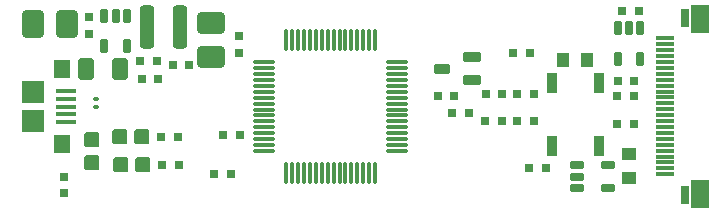
<source format=gtp>
G04 Layer_Color=8421504*
%FSLAX24Y24*%
%MOIN*%
G70*
G01*
G75*
%ADD11O,0.0200X0.0150*%
%ADD12R,0.0300X0.0300*%
G04:AMPARAMS|DCode=13|XSize=31.5mil|YSize=59.1mil|CornerRadius=3.9mil|HoleSize=0mil|Usage=FLASHONLY|Rotation=90.000|XOffset=0mil|YOffset=0mil|HoleType=Round|Shape=RoundedRectangle|*
%AMROUNDEDRECTD13*
21,1,0.0315,0.0512,0,0,90.0*
21,1,0.0236,0.0591,0,0,90.0*
1,1,0.0079,0.0256,0.0118*
1,1,0.0079,0.0256,-0.0118*
1,1,0.0079,-0.0256,-0.0118*
1,1,0.0079,-0.0256,0.0118*
%
%ADD13ROUNDEDRECTD13*%
G04:AMPARAMS|DCode=14|XSize=31.5mil|YSize=55.1mil|CornerRadius=3.9mil|HoleSize=0mil|Usage=FLASHONLY|Rotation=90.000|XOffset=0mil|YOffset=0mil|HoleType=Round|Shape=RoundedRectangle|*
%AMROUNDEDRECTD14*
21,1,0.0315,0.0472,0,0,90.0*
21,1,0.0236,0.0551,0,0,90.0*
1,1,0.0079,0.0236,0.0118*
1,1,0.0079,0.0236,-0.0118*
1,1,0.0079,-0.0236,-0.0118*
1,1,0.0079,-0.0236,0.0118*
%
%ADD14ROUNDEDRECTD14*%
%ADD16O,0.0130X0.0768*%
%ADD17O,0.0768X0.0130*%
%ADD18R,0.0551X0.0630*%
%ADD19R,0.0748X0.0748*%
%ADD20R,0.0650X0.0157*%
G04:AMPARAMS|DCode=21|XSize=23.6mil|YSize=47.2mil|CornerRadius=3mil|HoleSize=0mil|Usage=FLASHONLY|Rotation=180.000|XOffset=0mil|YOffset=0mil|HoleType=Round|Shape=RoundedRectangle|*
%AMROUNDEDRECTD21*
21,1,0.0236,0.0413,0,0,180.0*
21,1,0.0177,0.0472,0,0,180.0*
1,1,0.0059,-0.0089,0.0207*
1,1,0.0059,0.0089,0.0207*
1,1,0.0059,0.0089,-0.0207*
1,1,0.0059,-0.0089,-0.0207*
%
%ADD21ROUNDEDRECTD21*%
G04:AMPARAMS|DCode=22|XSize=90.6mil|YSize=70.9mil|CornerRadius=8.9mil|HoleSize=0mil|Usage=FLASHONLY|Rotation=270.000|XOffset=0mil|YOffset=0mil|HoleType=Round|Shape=RoundedRectangle|*
%AMROUNDEDRECTD22*
21,1,0.0906,0.0532,0,0,270.0*
21,1,0.0728,0.0709,0,0,270.0*
1,1,0.0177,-0.0266,-0.0364*
1,1,0.0177,-0.0266,0.0364*
1,1,0.0177,0.0266,0.0364*
1,1,0.0177,0.0266,-0.0364*
%
%ADD22ROUNDEDRECTD22*%
G04:AMPARAMS|DCode=23|XSize=90.6mil|YSize=70.9mil|CornerRadius=8.9mil|HoleSize=0mil|Usage=FLASHONLY|Rotation=0.000|XOffset=0mil|YOffset=0mil|HoleType=Round|Shape=RoundedRectangle|*
%AMROUNDEDRECTD23*
21,1,0.0906,0.0532,0,0,0.0*
21,1,0.0728,0.0709,0,0,0.0*
1,1,0.0177,0.0364,-0.0266*
1,1,0.0177,-0.0364,-0.0266*
1,1,0.0177,-0.0364,0.0266*
1,1,0.0177,0.0364,0.0266*
%
%ADD23ROUNDEDRECTD23*%
%ADD24R,0.0300X0.0300*%
G04:AMPARAMS|DCode=25|XSize=23.6mil|YSize=47.2mil|CornerRadius=3mil|HoleSize=0mil|Usage=FLASHONLY|Rotation=270.000|XOffset=0mil|YOffset=0mil|HoleType=Round|Shape=RoundedRectangle|*
%AMROUNDEDRECTD25*
21,1,0.0236,0.0413,0,0,270.0*
21,1,0.0177,0.0472,0,0,270.0*
1,1,0.0059,-0.0207,-0.0089*
1,1,0.0059,-0.0207,0.0089*
1,1,0.0059,0.0207,0.0089*
1,1,0.0059,0.0207,-0.0089*
%
%ADD25ROUNDEDRECTD25*%
G04:AMPARAMS|DCode=26|XSize=47.2mil|YSize=145.7mil|CornerRadius=11.8mil|HoleSize=0mil|Usage=FLASHONLY|Rotation=0.000|XOffset=0mil|YOffset=0mil|HoleType=Round|Shape=RoundedRectangle|*
%AMROUNDEDRECTD26*
21,1,0.0472,0.1220,0,0,0.0*
21,1,0.0236,0.1457,0,0,0.0*
1,1,0.0236,0.0118,-0.0610*
1,1,0.0236,-0.0118,-0.0610*
1,1,0.0236,-0.0118,0.0610*
1,1,0.0236,0.0118,0.0610*
%
%ADD26ROUNDEDRECTD26*%
G04:AMPARAMS|DCode=27|XSize=74.8mil|YSize=51.2mil|CornerRadius=6.4mil|HoleSize=0mil|Usage=FLASHONLY|Rotation=90.000|XOffset=0mil|YOffset=0mil|HoleType=Round|Shape=RoundedRectangle|*
%AMROUNDEDRECTD27*
21,1,0.0748,0.0384,0,0,90.0*
21,1,0.0620,0.0512,0,0,90.0*
1,1,0.0128,0.0192,0.0310*
1,1,0.0128,0.0192,-0.0310*
1,1,0.0128,-0.0192,-0.0310*
1,1,0.0128,-0.0192,0.0310*
%
%ADD27ROUNDEDRECTD27*%
G04:AMPARAMS|DCode=28|XSize=50mil|YSize=50mil|CornerRadius=6.3mil|HoleSize=0mil|Usage=FLASHONLY|Rotation=90.000|XOffset=0mil|YOffset=0mil|HoleType=Round|Shape=RoundedRectangle|*
%AMROUNDEDRECTD28*
21,1,0.0500,0.0375,0,0,90.0*
21,1,0.0375,0.0500,0,0,90.0*
1,1,0.0125,0.0188,0.0188*
1,1,0.0125,0.0188,-0.0188*
1,1,0.0125,-0.0188,-0.0188*
1,1,0.0125,-0.0188,0.0188*
%
%ADD28ROUNDEDRECTD28*%
G04:AMPARAMS|DCode=29|XSize=50mil|YSize=50mil|CornerRadius=6.3mil|HoleSize=0mil|Usage=FLASHONLY|Rotation=180.000|XOffset=0mil|YOffset=0mil|HoleType=Round|Shape=RoundedRectangle|*
%AMROUNDEDRECTD29*
21,1,0.0500,0.0375,0,0,180.0*
21,1,0.0375,0.0500,0,0,180.0*
1,1,0.0125,-0.0188,0.0188*
1,1,0.0125,0.0188,0.0188*
1,1,0.0125,0.0188,-0.0188*
1,1,0.0125,-0.0188,-0.0188*
%
%ADD29ROUNDEDRECTD29*%
%ADD30R,0.0354X0.0709*%
%ADD31R,0.0630X0.0945*%
%ADD32R,0.0315X0.0630*%
%ADD33R,0.0630X0.0118*%
%ADD34R,0.0400X0.0500*%
%ADD35R,0.0500X0.0400*%
D11*
X2620Y4710D02*
D03*
Y4460D02*
D03*
D12*
X20010Y4800D02*
D03*
X20560D02*
D03*
X20010Y3890D02*
D03*
X20560D02*
D03*
X14020Y4830D02*
D03*
X14570D02*
D03*
X17080Y6260D02*
D03*
X16530D02*
D03*
X5740Y5860D02*
D03*
X5190D02*
D03*
X4100Y5990D02*
D03*
X4650D02*
D03*
X17070Y2410D02*
D03*
X17620D02*
D03*
X20170Y7650D02*
D03*
X20720D02*
D03*
X17220Y3990D02*
D03*
X16670D02*
D03*
X15610D02*
D03*
X16160D02*
D03*
X17220Y4870D02*
D03*
X16670D02*
D03*
X15620D02*
D03*
X16170D02*
D03*
X15050Y4250D02*
D03*
X14500D02*
D03*
X5360Y3450D02*
D03*
X4810D02*
D03*
X5380Y2500D02*
D03*
X4830D02*
D03*
X7120Y2200D02*
D03*
X6570D02*
D03*
X7420Y3530D02*
D03*
X6870D02*
D03*
X4150Y5390D02*
D03*
X4700D02*
D03*
X20020Y5320D02*
D03*
X20570D02*
D03*
D13*
X15172Y6104D02*
D03*
Y5356D02*
D03*
D14*
X14148Y5730D02*
D03*
D16*
X11926Y2236D02*
D03*
X11730D02*
D03*
X11533D02*
D03*
X11336D02*
D03*
X11139D02*
D03*
X10942D02*
D03*
X10745D02*
D03*
X10548D02*
D03*
X10352D02*
D03*
X10155D02*
D03*
X9958D02*
D03*
X9761D02*
D03*
X9564D02*
D03*
X9367D02*
D03*
X9170D02*
D03*
X8974D02*
D03*
Y6685D02*
D03*
X9170D02*
D03*
X9367D02*
D03*
X9564D02*
D03*
X9761D02*
D03*
X9958D02*
D03*
X10155D02*
D03*
X10352D02*
D03*
X10548D02*
D03*
X10745D02*
D03*
X10942D02*
D03*
X11139D02*
D03*
X11336D02*
D03*
X11533D02*
D03*
X11730D02*
D03*
X11926D02*
D03*
D17*
X8226Y2984D02*
D03*
Y3181D02*
D03*
Y3378D02*
D03*
Y3575D02*
D03*
Y3772D02*
D03*
Y3968D02*
D03*
Y4165D02*
D03*
Y4362D02*
D03*
Y4559D02*
D03*
Y4756D02*
D03*
Y4953D02*
D03*
Y5150D02*
D03*
Y5346D02*
D03*
Y5543D02*
D03*
Y5740D02*
D03*
Y5937D02*
D03*
X12674D02*
D03*
Y5740D02*
D03*
Y5543D02*
D03*
Y5346D02*
D03*
Y5150D02*
D03*
Y4953D02*
D03*
Y4756D02*
D03*
Y4559D02*
D03*
Y4362D02*
D03*
Y4165D02*
D03*
Y3968D02*
D03*
Y3772D02*
D03*
Y3575D02*
D03*
Y3378D02*
D03*
Y3181D02*
D03*
Y2984D02*
D03*
D18*
X1495Y5720D02*
D03*
Y3201D02*
D03*
D19*
X530Y4933D02*
D03*
Y3988D02*
D03*
D20*
X1642Y4205D02*
D03*
Y4972D02*
D03*
Y3949D02*
D03*
Y4717D02*
D03*
Y4461D02*
D03*
D21*
X2906Y7492D02*
D03*
X3280D02*
D03*
X3654D02*
D03*
X2906Y6468D02*
D03*
X3654D02*
D03*
X20016Y7082D02*
D03*
X20390D02*
D03*
X20764D02*
D03*
X20016Y6058D02*
D03*
X20764D02*
D03*
D22*
X1671Y7200D02*
D03*
X529D02*
D03*
D23*
X6460Y7261D02*
D03*
Y6119D02*
D03*
D24*
X2390Y7440D02*
D03*
Y6890D02*
D03*
X1550Y1580D02*
D03*
Y2130D02*
D03*
X7410Y6260D02*
D03*
Y6810D02*
D03*
D25*
X18668Y1756D02*
D03*
Y2130D02*
D03*
Y2504D02*
D03*
X19692Y1756D02*
D03*
Y2504D02*
D03*
D26*
X4339Y7100D02*
D03*
X5441D02*
D03*
D27*
X2289Y5710D02*
D03*
X3431D02*
D03*
D28*
X2490Y3345D02*
D03*
Y2595D02*
D03*
D29*
X3425Y3440D02*
D03*
X4175D02*
D03*
X3445Y2500D02*
D03*
X4195D02*
D03*
D30*
X17842Y3160D02*
D03*
Y5260D02*
D03*
X19378Y3160D02*
D03*
Y5260D02*
D03*
D31*
X22747Y1557D02*
D03*
Y7383D02*
D03*
D32*
X22275Y1530D02*
D03*
Y7410D02*
D03*
D33*
X21586Y2206D02*
D03*
Y2403D02*
D03*
Y2797D02*
D03*
Y2600D02*
D03*
Y3584D02*
D03*
Y3978D02*
D03*
Y3781D02*
D03*
Y2994D02*
D03*
Y3387D02*
D03*
Y3190D02*
D03*
Y4175D02*
D03*
Y4962D02*
D03*
Y4372D02*
D03*
Y5159D02*
D03*
Y5356D02*
D03*
Y5750D02*
D03*
Y5946D02*
D03*
Y4568D02*
D03*
Y5553D02*
D03*
Y4765D02*
D03*
Y6143D02*
D03*
Y6340D02*
D03*
Y6537D02*
D03*
Y6734D02*
D03*
D34*
X19010Y6030D02*
D03*
X18210D02*
D03*
D35*
X20390Y2870D02*
D03*
Y2070D02*
D03*
M02*

</source>
